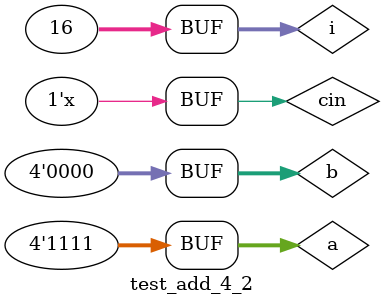
<source format=v>
`timescale 1ns / 1ps


module test_add_4_2();
    reg[3:0] a, b;
    reg cin;
    wire[3:0] sum;
    wire cout;
    integer i, j;

    add_4 adder(a, b, cin, sum, cout);

    always #5 cin = ~cin;

    initial begin
        a = 0;
        b = 0;
        cin = 0;
        for(i = 0; i < 16; i = i + 1)
            #10 a=i;
    end
endmodule

</source>
